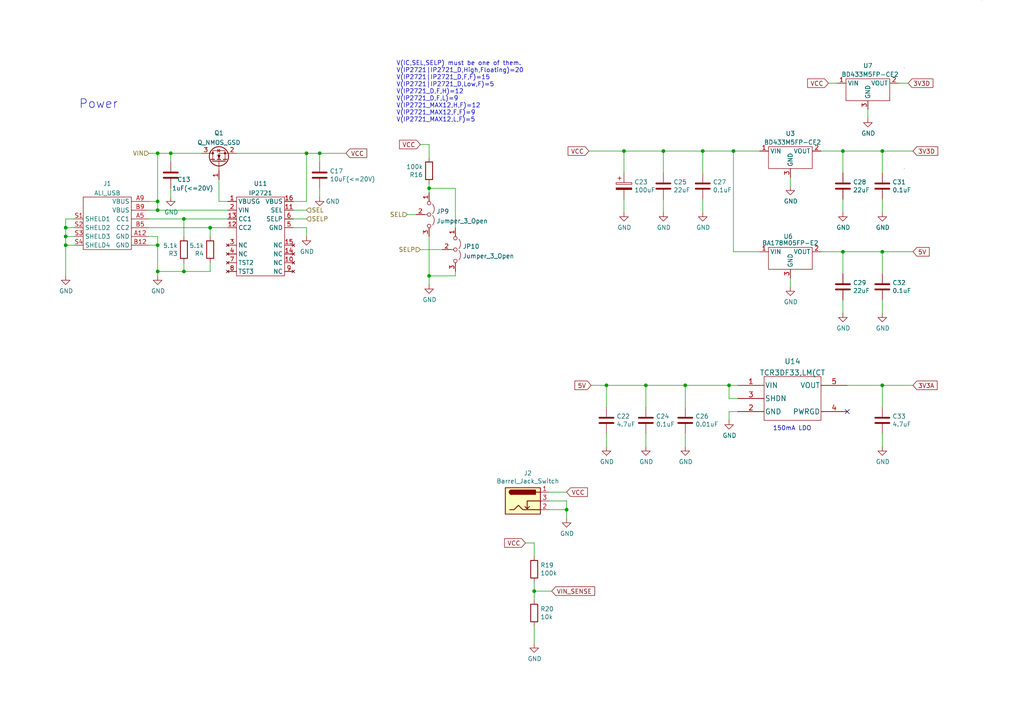
<source format=kicad_sch>
(kicad_sch (version 20211123) (generator eeschema)
  (paper "A4")
  (lib_symbols
    (symbol "Connector:Barrel_Jack_Switch" (pin_names hide)
      (property "Reference" "J" (at 0 5.334 0))
      (property "Value" "Barrel_Jack_Switch" (at 0 -5.08 0))
      (symbol "Barrel_Jack_Switch_0_1"
        (rectangle (start -5.08 3.81) (end 5.08 -3.81) (stroke (width 0.254)) (fill (type background)))
        (arc (start -3.302 3.175) (mid -3.937 2.54) (end -3.302 1.905) (stroke (width 0.254)))
        (arc (start -3.302 3.175) (mid -3.937 2.54) (end -3.302 1.905) (stroke (width 0.254)) (fill (type outline)))
        (polyline (pts (xy 1.27 -2.286) (xy 1.905 -1.651)) (stroke (width 0.254)))
        (polyline (pts (xy 5.08 2.54) (xy 3.81 2.54)) (stroke (width 0.254)))
        (polyline (pts (xy 5.08 0) (xy 1.27 0) (xy 1.27 -2.286) (xy 0.635 -1.651)) (stroke (width 0.254)))
        (polyline (pts (xy -3.81 -2.54) (xy -2.54 -2.54) (xy -1.27 -1.27) (xy 0 -2.54) (xy 2.54 -2.54) (xy 5.08 -2.54)) (stroke (width 0.254)))
        (rectangle (start 3.683 3.175) (end -3.302 1.905) (stroke (width 0.254)) (fill (type outline)))
      )
      (symbol "Barrel_Jack_Switch_1_1"
        (pin passive line (at 7.62 2.54 180) (length 2.54) (name "~") (number "1"))
        (pin passive line (at 7.62 -2.54 180) (length 2.54) (name "~") (number "2"))
        (pin passive line (at 7.62 0 180) (length 2.54) (name "~") (number "3"))
      )
    )
    (symbol "Device:C" (pin_numbers hide) (pin_names (offset 0.254))
      (property "Reference" "C" (at 0.635 2.54 0))
      (property "Value" "C" (at 0.635 -2.54 0))
      (symbol "C_0_1"
        (polyline (pts (xy -2.032 -0.762) (xy 2.032 -0.762)) (stroke (width 0.508)))
        (polyline (pts (xy -2.032 0.762) (xy 2.032 0.762)) (stroke (width 0.508)))
      )
      (symbol "C_1_1"
        (pin passive line (at 0 3.81 270) (length 2.794) (name "~") (number "1"))
        (pin passive line (at 0 -3.81 90) (length 2.794) (name "~") (number "2"))
      )
    )
    (symbol "Device:CP" (pin_numbers hide) (pin_names (offset 0.254))
      (property "Reference" "C" (at 0.635 2.54 0))
      (property "Value" "Device_CP" (at 0.635 -2.54 0))
      (symbol "CP_0_1"
        (rectangle (start -2.286 0.508) (end 2.286 1.016))
        (polyline (pts (xy -1.778 2.286) (xy -0.762 2.286)))
        (polyline (pts (xy -1.27 2.794) (xy -1.27 1.778)))
        (rectangle (start 2.286 -0.508) (end -2.286 -1.016) (fill (type outline)))
      )
      (symbol "CP_1_1"
        (pin passive line (at 0 3.81 270) (length 2.794) (name "~") (number "1"))
        (pin passive line (at 0 -3.81 90) (length 2.794) (name "~") (number "2"))
      )
    )
    (symbol "Device:Q_NMOS_GSD" (pin_names (offset 0) hide)
      (property "Reference" "Q" (at 5.08 1.27 0))
      (property "Value" "Q_NMOS_GSD" (at 5.08 -1.27 0))
      (symbol "Q_NMOS_GSD_0_1"
        (polyline (pts (xy 0.254 0) (xy -2.54 0)))
        (polyline (pts (xy 0.254 1.905) (xy 0.254 -1.905)) (stroke (width 0.254)))
        (polyline (pts (xy 0.762 -1.27) (xy 0.762 -2.286)) (stroke (width 0.254)))
        (polyline (pts (xy 0.762 0.508) (xy 0.762 -0.508)) (stroke (width 0.254)))
        (polyline (pts (xy 0.762 2.286) (xy 0.762 1.27)) (stroke (width 0.254)))
        (polyline (pts (xy 2.54 2.54) (xy 2.54 1.778)))
        (polyline (pts (xy 2.54 -2.54) (xy 2.54 0) (xy 0.762 0)))
        (polyline (pts (xy 0.762 -1.778) (xy 3.302 -1.778) (xy 3.302 1.778) (xy 0.762 1.778)))
        (polyline (pts (xy 1.016 0) (xy 2.032 0.381) (xy 2.032 -0.381) (xy 1.016 0)) (fill (type outline)))
        (polyline (pts (xy 2.794 0.508) (xy 2.921 0.381) (xy 3.683 0.381) (xy 3.81 0.254)))
        (polyline (pts (xy 3.302 0.381) (xy 2.921 -0.254) (xy 3.683 -0.254) (xy 3.302 0.381)))
        (circle (center 1.651 0) (radius 2.794) (stroke (width 0.254)))
        (circle (center 2.54 -1.778) (radius 0.254) (fill (type outline)))
        (circle (center 2.54 1.778) (radius 0.254) (fill (type outline)))
      )
      (symbol "Q_NMOS_GSD_1_1"
        (pin input line (at -5.08 0 0) (length 2.54) (name "G") (number "1"))
        (pin passive line (at 2.54 -5.08 90) (length 2.54) (name "S") (number "2"))
        (pin passive line (at 2.54 5.08 270) (length 2.54) (name "D") (number "3"))
      )
    )
    (symbol "Device:R" (pin_numbers hide) (pin_names (offset 0))
      (property "Reference" "R" (at 2.032 0 90))
      (property "Value" "R" (at 0 0 90))
      (symbol "R_0_1"
        (rectangle (start -1.016 -2.54) (end 1.016 2.54) (stroke (width 0.254)))
      )
      (symbol "R_1_1"
        (pin passive line (at 0 3.81 270) (length 1.27) (name "~") (number "1"))
        (pin passive line (at 0 -3.81 90) (length 1.27) (name "~") (number "2"))
      )
    )
    (symbol "Jumper:Jumper_3_Open" (pin_names (offset 0) hide)
      (property "Reference" "JP" (at -2.54 -2.54 0))
      (property "Value" "Jumper_3_Open" (at 0 2.794 0))
      (symbol "Jumper_3_Open_0_0"
        (circle (center -3.302 0) (radius 0.508))
        (circle (center 0 0) (radius 0.508))
        (circle (center 3.302 0) (radius 0.508))
      )
      (symbol "Jumper_3_Open_0_1"
        (arc (start -0.254 1.016) (mid -1.651 1.4992) (end -3.048 1.016))
        (polyline (pts (xy 0 -0.508) (xy 0 -1.27)))
        (arc (start 3.048 1.016) (mid 1.651 1.4992) (end 0.254 1.016))
      )
      (symbol "Jumper_3_Open_1_1"
        (pin passive line (at -6.35 0 0) (length 2.54) (name "A") (number "1"))
        (pin input line (at 0 -3.81 90) (length 2.54) (name "C") (number "2"))
        (pin passive line (at 6.35 0 180) (length 2.54) (name "B") (number "3"))
      )
    )
    (symbol "Ninja-qPCR:ALI_USB"
      (property "Reference" "J" (at -7.62 2.54 0))
      (property "Value" "ALI_USB" (at -6.35 -15.24 0))
      (symbol "ALI_USB_0_1"
        (rectangle (start 0 1.27) (end -13.97 -13.97) (stroke (width 0.1524)))
      )
      (symbol "ALI_USB_1_1"
        (pin input line (at 5.08 -10.16 180) (length 5.08) (name "GND") (number "A12"))
        (pin input line (at 5.08 -5.08 180) (length 5.08) (name "CC1") (number "A5"))
        (pin input line (at 5.08 0 180) (length 5.08) (name "VBUS") (number "A9"))
        (pin input line (at 5.08 -12.7 180) (length 5.08) (name "GND") (number "B12"))
        (pin input line (at 5.08 -7.62 180) (length 5.08) (name "CC2") (number "B5"))
        (pin input line (at 5.08 -2.54 180) (length 5.08) (name "VBUS") (number "B9"))
        (pin input line (at -16.51 -5.08 0) (length 2.54) (name "SHELD1") (number "S1"))
        (pin input line (at -16.51 -7.62 0) (length 2.54) (name "SHELD2") (number "S2"))
        (pin input line (at -16.51 -10.16 0) (length 2.54) (name "SHELD3") (number "S3"))
        (pin input line (at -16.51 -12.7 0) (length 2.54) (name "SHELD4") (number "S4"))
      )
    )
    (symbol "Ninja-qPCR:IP2721"
      (property "Reference" "U" (at 0 2.54 0))
      (property "Value" "IP2721" (at 0 -22.86 0))
      (symbol "IP2721_0_1"
        (rectangle (start -7.62 1.27) (end 6.35 -21.59) (stroke (width 0.1524)))
      )
      (symbol "IP2721_1_1"
        (pin output line (at -10.16 0 0) (length 2.54) (name "VBUSG") (number "1"))
        (pin no_connect line (at 8.89 -17.78 180) (length 2.54) (name "NC") (number "10"))
        (pin input line (at 8.89 -2.54 180) (length 2.54) (name "SEL") (number "11"))
        (pin input line (at -10.16 -7.62 0) (length 2.54) (name "CC2") (number "12"))
        (pin input line (at -10.16 -5.08 0) (length 2.54) (name "CC1") (number "13"))
        (pin no_connect line (at 8.89 -15.24 180) (length 2.54) (name "NC") (number "14"))
        (pin no_connect line (at 8.89 -12.7 180) (length 2.54) (name "NC") (number "15"))
        (pin input line (at 8.89 0 180) (length 2.54) (name "VBUS") (number "16"))
        (pin power_in line (at -10.16 -2.54 0) (length 2.54) (name "VIN") (number "2"))
        (pin no_connect line (at -10.16 -12.7 0) (length 2.54) (name "NC") (number "3"))
        (pin no_connect line (at -10.16 -15.24 0) (length 2.54) (name "NC") (number "4"))
        (pin power_out line (at 8.89 -7.62 180) (length 2.54) (name "GND") (number "5"))
        (pin input line (at 8.89 -5.08 180) (length 2.54) (name "SELP") (number "6"))
        (pin no_connect line (at -10.16 -17.78 0) (length 2.54) (name "TST2") (number "7"))
        (pin no_connect line (at -10.16 -20.32 0) (length 2.54) (name "TST3") (number "8"))
        (pin no_connect line (at 8.89 -20.32 180) (length 2.54) (name "NC") (number "9"))
      )
    )
    (symbol "Ninja-qPCR:MCP1755T-3302E_OT" (pin_names (offset 0.254))
      (property "Reference" "U" (at 16.51 8.89 0))
      (property "Value" "MCP1755T-3302E_OT" (at 16.51 6.35 0))
      (symbol "MCP1755T-3302E_OT_1_1"
        (rectangle (start 7.62 2.54) (end 24.13 -10.16))
        (pin power_in line (at 0 0 0) (length 7.62) (name "VIN") (number "1"))
        (pin power_in line (at 0 -7.62 0) (length 7.62) (name "GND") (number "2"))
        (pin input line (at 0 -3.81 0) (length 7.62) (name "SHDN") (number "3"))
        (pin output line (at 31.75 -7.62 180) (length 7.62) (name "PWRGD") (number "4"))
        (pin output line (at 31.75 0 180) (length 7.62) (name "VOUT") (number "5"))
      )
    )
    (symbol "Ninja-qPCR:REG_TO252-3"
      (property "Reference" "U" (at 0 1.27 0))
      (property "Value" "REG_TO252-3" (at 7.62 -7.62 0))
      (symbol "REG_TO252-3_0_1"
        (rectangle (start -6.35 0) (end 6.35 -6.35) (stroke (width 0.1524)))
        (rectangle (start 33.02 22.86) (end 33.02 22.86) (stroke (width 0.1524)))
      )
      (symbol "REG_TO252-3_1_1"
        (pin input line (at -8.89 -1.27 0) (length 2.54) (name "VIN") (number "1"))
        (pin input line (at 8.89 -1.27 180) (length 2.54) (name "VOUT") (number "2"))
        (pin input line (at 0 -8.89 90) (length 2.54) (name "GND") (number "3"))
      )
    )
    (symbol "power:GND" (power) (pin_names (offset 0))
      (property "Value" "GND" (at 0 -3.81 0))
      (symbol "GND_0_1"
        (polyline (pts (xy 0 0) (xy 0 -1.27) (xy 1.27 -1.27) (xy 0 -2.54) (xy -1.27 -1.27) (xy 0 -1.27)))
      )
      (symbol "GND_1_1"
        (pin power_in line (at 0 0 270) (length 0) hide (name "GND") (number "1"))
      )
    )
  )
  (junction (at 53.34 63.5))
  (junction (at 19.05 66.04))
  (junction (at 45.72 58.42))
  (junction (at 255.905 43.815))
  (junction (at 192.405 43.815))
  (junction (at 92.71 44.45))
  (junction (at 244.475 43.815))
  (junction (at 45.72 60.96))
  (junction (at 180.975 43.815))
  (junction (at 255.905 73.025))
  (junction (at 49.53 44.45))
  (junction (at 175.895 111.76))
  (junction (at 198.755 111.76))
  (junction (at 124.46 54.61))
  (junction (at 88.9 44.45))
  (junction (at 164.338 147.828))
  (junction (at 45.72 78.74))
  (junction (at 203.835 43.815))
  (junction (at 187.325 111.76))
  (junction (at 255.905 111.76))
  (junction (at 60.96 66.04))
  (junction (at 124.46 80.01))
  (junction (at 19.05 71.12))
  (junction (at 244.475 73.025))
  (junction (at 211.455 111.76))
  (junction (at 154.94 171.45))
  (junction (at 19.05 68.58))
  (junction (at 212.725 43.815))
  (junction (at 45.72 71.12))
  (junction (at 45.72 44.45))
  (junction (at 53.34 78.74))
  (no_connect (at 245.745 119.38))
  (wire (pts (xy 66.04 58.42) (xy 63.5 58.42)))
  (wire (pts (xy 118.11 62.23) (xy 120.65 62.23)))
  (wire (pts (xy 175.895 111.76) (xy 175.895 118.11)))
  (wire (pts (xy 187.325 125.73) (xy 187.325 129.54)))
  (wire (pts (xy 132.08 54.61) (xy 132.08 66.04)))
  (wire (pts (xy 45.72 78.74) (xy 45.72 80.01)))
  (wire (pts (xy 49.53 54.61) (xy 49.53 57.15)))
  (wire (pts (xy 154.94 157.48) (xy 154.94 161.29)))
  (wire (pts (xy 45.72 68.58) (xy 45.72 71.12)))
  (wire (pts (xy 255.905 57.785) (xy 255.905 61.595)))
  (wire (pts (xy 152.4 157.48) (xy 154.94 157.48)))
  (wire (pts (xy 85.09 66.04) (xy 88.9 66.04)))
  (wire (pts (xy 88.9 66.04) (xy 88.9 68.58)))
  (wire (pts (xy 45.72 71.12) (xy 45.72 78.74)))
  (wire (pts (xy 212.725 43.815) (xy 220.345 43.815)))
  (wire (pts (xy 245.745 111.76) (xy 255.905 111.76)))
  (wire (pts (xy 198.755 125.73) (xy 198.755 129.54)))
  (wire (pts (xy 187.325 111.76) (xy 198.755 111.76)))
  (wire (pts (xy 213.995 115.57) (xy 211.455 115.57)))
  (wire (pts (xy 240.284 24.13) (xy 242.824 24.13)))
  (wire (pts (xy 68.58 44.45) (xy 88.9 44.45)))
  (wire (pts (xy 180.975 43.815) (xy 180.975 50.165)))
  (wire (pts (xy 19.05 66.04) (xy 19.05 68.58)))
  (wire (pts (xy 229.235 80.645) (xy 229.235 83.185)))
  (wire (pts (xy 260.604 24.13) (xy 263.398 24.13)))
  (wire (pts (xy 124.46 68.58) (xy 124.46 80.01)))
  (wire (pts (xy 213.995 119.38) (xy 211.455 119.38)))
  (wire (pts (xy 238.125 43.815) (xy 244.475 43.815)))
  (wire (pts (xy 255.905 86.995) (xy 255.905 90.805)))
  (wire (pts (xy 45.72 60.96) (xy 66.04 60.96)))
  (wire (pts (xy 192.405 43.815) (xy 203.835 43.815)))
  (wire (pts (xy 124.46 54.61) (xy 124.46 55.88)))
  (wire (pts (xy 124.46 53.34) (xy 124.46 54.61)))
  (wire (pts (xy 85.09 60.96) (xy 88.9 60.96)))
  (wire (pts (xy 211.455 119.38) (xy 211.455 121.92)))
  (wire (pts (xy 251.714 31.75) (xy 251.714 34.29)))
  (wire (pts (xy 43.18 71.12) (xy 45.72 71.12)))
  (wire (pts (xy 60.96 76.2) (xy 60.96 78.74)))
  (wire (pts (xy 53.34 76.2) (xy 53.34 78.74)))
  (wire (pts (xy 203.835 43.815) (xy 212.725 43.815)))
  (wire (pts (xy 53.34 78.74) (xy 60.96 78.74)))
  (wire (pts (xy 255.905 125.73) (xy 255.905 129.54)))
  (wire (pts (xy 159.258 142.748) (xy 164.338 142.748)))
  (wire (pts (xy 19.05 68.58) (xy 21.59 68.58)))
  (wire (pts (xy 154.94 171.45) (xy 160.02 171.45)))
  (wire (pts (xy 244.475 57.785) (xy 244.475 61.595)))
  (wire (pts (xy 154.94 171.45) (xy 154.94 173.99)))
  (wire (pts (xy 45.72 58.42) (xy 45.72 44.45)))
  (wire (pts (xy 85.09 63.5) (xy 88.9 63.5)))
  (wire (pts (xy 212.725 43.815) (xy 212.725 73.025)))
  (wire (pts (xy 43.18 58.42) (xy 45.72 58.42)))
  (wire (pts (xy 255.905 111.76) (xy 264.795 111.76)))
  (wire (pts (xy 164.338 145.288) (xy 164.338 147.828)))
  (wire (pts (xy 60.96 66.04) (xy 66.04 66.04)))
  (wire (pts (xy 175.895 125.73) (xy 175.895 129.54)))
  (wire (pts (xy 180.975 43.815) (xy 192.405 43.815)))
  (wire (pts (xy 132.08 78.74) (xy 132.08 80.01)))
  (wire (pts (xy 213.995 111.76) (xy 211.455 111.76)))
  (wire (pts (xy 255.905 73.025) (xy 264.795 73.025)))
  (wire (pts (xy 43.18 60.96) (xy 45.72 60.96)))
  (wire (pts (xy 255.905 73.025) (xy 244.475 73.025)))
  (wire (pts (xy 211.455 111.76) (xy 211.455 115.57)))
  (wire (pts (xy 49.53 44.45) (xy 49.53 46.99)))
  (wire (pts (xy 124.46 41.91) (xy 124.46 45.72)))
  (wire (pts (xy 45.72 78.74) (xy 53.34 78.74)))
  (wire (pts (xy 255.905 43.815) (xy 255.905 50.165)))
  (wire (pts (xy 53.34 63.5) (xy 53.34 68.58)))
  (wire (pts (xy 244.475 43.815) (xy 244.475 50.165)))
  (wire (pts (xy 255.905 111.76) (xy 255.905 118.11)))
  (wire (pts (xy 244.475 73.025) (xy 244.475 79.375)))
  (wire (pts (xy 19.05 63.5) (xy 19.05 66.04)))
  (wire (pts (xy 187.325 111.76) (xy 187.325 118.11)))
  (wire (pts (xy 60.96 66.04) (xy 60.96 68.58)))
  (wire (pts (xy 255.905 73.025) (xy 255.905 79.375)))
  (wire (pts (xy 121.92 72.39) (xy 128.27 72.39)))
  (wire (pts (xy 255.905 43.815) (xy 244.475 43.815)))
  (wire (pts (xy 238.125 73.025) (xy 244.475 73.025)))
  (wire (pts (xy 88.9 44.45) (xy 92.71 44.45)))
  (wire (pts (xy 43.18 68.58) (xy 45.72 68.58)))
  (wire (pts (xy 92.71 54.61) (xy 92.71 57.15)))
  (wire (pts (xy 198.755 111.76) (xy 211.455 111.76)))
  (wire (pts (xy 198.755 111.76) (xy 198.755 118.11)))
  (wire (pts (xy 255.905 43.815) (xy 264.795 43.815)))
  (wire (pts (xy 88.9 44.45) (xy 88.9 58.42)))
  (wire (pts (xy 192.405 43.815) (xy 192.405 50.165)))
  (wire (pts (xy 53.34 63.5) (xy 66.04 63.5)))
  (wire (pts (xy 171.45 111.76) (xy 175.895 111.76)))
  (wire (pts (xy 43.18 63.5) (xy 53.34 63.5)))
  (wire (pts (xy 175.895 111.76) (xy 187.325 111.76)))
  (wire (pts (xy 124.46 80.01) (xy 124.46 82.55)))
  (wire (pts (xy 121.92 41.91) (xy 124.46 41.91)))
  (wire (pts (xy 45.72 60.96) (xy 45.72 58.42)))
  (wire (pts (xy 203.835 57.785) (xy 203.835 61.595)))
  (wire (pts (xy 229.235 51.435) (xy 229.235 53.975)))
  (wire (pts (xy 43.18 66.04) (xy 60.96 66.04)))
  (wire (pts (xy 49.53 44.45) (xy 58.42 44.45)))
  (wire (pts (xy 19.05 71.12) (xy 21.59 71.12)))
  (wire (pts (xy 43.18 44.45) (xy 45.72 44.45)))
  (wire (pts (xy 203.835 43.815) (xy 203.835 50.165)))
  (wire (pts (xy 159.258 147.828) (xy 164.338 147.828)))
  (wire (pts (xy 180.975 57.785) (xy 180.975 61.595)))
  (wire (pts (xy 124.46 54.61) (xy 132.08 54.61)))
  (wire (pts (xy 21.59 63.5) (xy 19.05 63.5)))
  (wire (pts (xy 19.05 68.58) (xy 19.05 71.12)))
  (wire (pts (xy 170.815 43.815) (xy 180.975 43.815)))
  (wire (pts (xy 19.05 71.12) (xy 19.05 80.01)))
  (wire (pts (xy 192.405 57.785) (xy 192.405 61.595)))
  (wire (pts (xy 19.05 66.04) (xy 21.59 66.04)))
  (wire (pts (xy 154.94 168.91) (xy 154.94 171.45)))
  (wire (pts (xy 92.71 44.45) (xy 100.33 44.45)))
  (wire (pts (xy 45.72 44.45) (xy 49.53 44.45)))
  (wire (pts (xy 212.725 73.025) (xy 220.345 73.025)))
  (wire (pts (xy 164.338 150.368) (xy 164.338 147.828)))
  (wire (pts (xy 159.258 145.288) (xy 164.338 145.288)))
  (wire (pts (xy 154.94 181.61) (xy 154.94 186.69)))
  (wire (pts (xy 63.5 58.42) (xy 63.5 52.07)))
  (wire (pts (xy 85.09 58.42) (xy 88.9 58.42)))
  (wire (pts (xy 132.08 80.01) (xy 124.46 80.01)))
  (wire (pts (xy 92.71 44.45) (xy 92.71 46.99)))
  (wire (pts (xy 244.475 86.995) (xy 244.475 90.805)))
  (text "V(IC,SEL,SELP) must be one of them.\nV(IP2721|IP2721_D,High,Floating)=20\nV(IP2721|IP2721_D,F,F)=15\nV(IP2721|IP2721_D,Low,F)=5\nV(IP2721_D,F,H)=12\nV(IP2721_D,F,L)=9\nV(IP2721_MAX12,H,F)=12\nV(IP2721_MAX12,F,F)=9\nV(IP2721_MAX12,L,F)=5" (at 114.935 35.56 0) (effects (font (size 1.27 1.27)) (justify left bottom)))
  (text "Power" (at 22.86 31.75 0) (effects (font (size 2.54 2.54)) (justify left bottom)))
  (text "150mA LDO" (at 224.155 125.095 0) (effects (font (size 1.27 1.27)) (justify left bottom)))
  (global_label "3V3D" (shape input) (at 264.795 43.815 0) (property "Intersheet References" "${INTERSHEET_REFS}" (effects hide)))
  (global_label "3V3D" (shape input) (at 263.398 24.13 0) (property "Intersheet References" "${INTERSHEET_REFS}" (effects hide)))
  (global_label "VCC" (shape input) (at 100.33 44.45 0) (property "Intersheet References" "${INTERSHEET_REFS}" (effects hide)))
  (global_label "VCC" (shape input) (at 152.4 157.48 180) (property "Intersheet References" "${INTERSHEET_REFS}" (effects hide)))
  (global_label "5V" (shape input) (at 264.795 73.025 0) (property "Intersheet References" "${INTERSHEET_REFS}" (effects hide)))
  (global_label "VCC" (shape input) (at 164.338 142.748 0) (property "Intersheet References" "${INTERSHEET_REFS}" (effects hide)))
  (global_label "VCC" (shape input) (at 170.815 43.815 180) (property "Intersheet References" "${INTERSHEET_REFS}" (effects hide)))
  (global_label "VIN_SENSE" (shape input) (at 160.02 171.45 0) (property "Intersheet References" "${INTERSHEET_REFS}" (effects hide)))
  (global_label "5V" (shape input) (at 171.45 111.76 180) (property "Intersheet References" "${INTERSHEET_REFS}" (effects hide)))
  (global_label "VCC" (shape input) (at 240.284 24.13 180) (property "Intersheet References" "${INTERSHEET_REFS}" (effects hide)))
  (global_label "3V3A" (shape input) (at 264.795 111.76 0) (property "Intersheet References" "${INTERSHEET_REFS}" (effects hide)))
  (global_label "VCC" (shape input) (at 121.92 41.91 180) (property "Intersheet References" "${INTERSHEET_REFS}" (effects hide)))
  (hierarchical_label "VIN" (shape input) (at 43.18 44.45 180))
  (hierarchical_label "SELP" (shape input) (at 88.9 63.5 0))
  (hierarchical_label "SEL" (shape input) (at 88.9 60.96 0))
  (hierarchical_label "SEL" (shape input) (at 118.11 62.23 180))
  (hierarchical_label "SELP" (shape input) (at 121.92 72.39 180))
  (symbol (lib_id "power:GND") (at 175.895 129.54 0) (unit 1)
    (property "Reference" "#PWR0122" (effects hide))
    (property "Value" "GND" (at 176.022 133.9342 0))
  )
  (symbol (lib_id "power:GND") (at 124.46 82.55 0) (unit 1)
    (property "Reference" "#PWR0131" (effects hide))
    (property "Value" "GND" (at 124.587 86.9442 0))
  )
  (symbol (lib_id "Ninja-qPCR:REG_TO252-3") (at 229.235 71.755 0) (unit 1)
    (property "Reference" "U6" (at 228.6 68.58 0))
    (property "Value" "BA178M05FP-E2" (at 229.235 70.485 0))
    (property "Footprint" "Ninja-qPCR:REG_TO252-3" (effects hide))
  )
  (symbol (lib_id "power:GND") (at 192.405 61.595 0) (unit 1)
    (property "Reference" "#PWR0136" (effects hide))
    (property "Value" "GND" (at 192.532 65.9892 0))
  )
  (symbol (lib_id "Device:C") (at 187.325 121.92 0) (unit 1)
    (property "Reference" "C24" (at 190.246 120.7516 0) (effects (justify left)))
    (property "Value" "0.1uF" (at 190.246 123.063 0) (effects (justify left)))
    (property "Footprint" "Capacitor_SMD:C_0603_1608Metric" (effects hide))
  )
  (symbol (lib_id "power:GND") (at 255.905 129.54 0) (unit 1)
    (property "Reference" "#PWR0128" (effects hide))
    (property "Value" "GND" (at 256.032 133.9342 0))
  )
  (symbol (lib_id "power:GND") (at 244.475 61.595 0) (unit 1)
    (property "Reference" "#PWR0123" (effects hide))
    (property "Value" "GND" (at 244.602 65.9892 0))
  )
  (symbol (lib_id "Ninja-qPCR:ALI_USB") (at 38.1 58.42 0) (unit 1)
    (property "Reference" "J1" (at 31.115 53.2343 0))
    (property "Value" "ALI_USB" (at 31.115 56.0094 0))
    (property "Footprint" "Ninja-qPCR:ALI_USB" (effects hide))
  )
  (symbol (lib_id "Device:C") (at 244.475 53.975 0) (unit 1)
    (property "Reference" "C28" (at 247.396 52.8066 0) (effects (justify left)))
    (property "Value" "22uF" (at 247.396 55.118 0) (effects (justify left)))
    (property "Footprint" "Capacitor_SMD:C_1210_3225Metric" (effects hide))
  )
  (symbol (lib_id "power:GND") (at 198.755 129.54 0) (unit 1)
    (property "Reference" "#PWR0118" (effects hide))
    (property "Value" "GND" (at 198.882 133.9342 0))
  )
  (symbol (lib_id "Device:C") (at 244.475 83.185 0) (unit 1)
    (property "Reference" "C29" (at 247.396 82.0166 0) (effects (justify left)))
    (property "Value" "22uF" (at 247.396 84.328 0) (effects (justify left)))
    (property "Footprint" "Capacitor_SMD:C_1210_3225Metric" (effects hide))
  )
  (symbol (lib_id "Jumper:Jumper_3_Open") (at 132.08 72.39 270) (unit 1)
    (property "Reference" "JP10" (at 134.2142 71.4815 90) (effects (justify left)))
    (property "Value" "Jumper_3_Open" (at 134.2142 74.2566 90) (effects (justify left)))
    (property "Footprint" "Jumper:SolderJumper-3_P2.0mm_Open_TrianglePad1.0x1.5mm" (effects hide))
  )
  (symbol (lib_id "Device:C") (at 49.53 50.8 0) (unit 1)
    (property "Reference" "C13" (at 53.34 52.07 0))
    (property "Value" "1uF(<=20V)" (at 55.88 54.61 0))
    (property "Footprint" "Capacitor_SMD:C_0603_1608Metric" (effects hide))
  )
  (symbol (lib_id "Device:C") (at 255.905 121.92 0) (unit 1)
    (property "Reference" "C33" (at 258.826 120.7516 0) (effects (justify left)))
    (property "Value" "4.7uF" (at 258.826 123.063 0) (effects (justify left)))
    (property "Footprint" "Capacitor_SMD:C_0805_2012Metric" (effects hide))
  )
  (symbol (lib_id "power:GND") (at 88.9 68.58 0) (unit 1)
    (property "Reference" "#PWR0115" (effects hide))
    (property "Value" "GND" (at 89.027 72.9742 0))
  )
  (symbol (lib_id "Ninja-qPCR:MCP1755T-3302E_OT") (at 213.995 111.76 0) (unit 1)
    (property "Reference" "U14" (at 229.87 104.8161 0) (effects (font (size 1.524 1.524))))
    (property "Value" "TCR3DF33,LM(CT" (at 229.87 108.0951 0) (effects (font (size 1.524 1.524))))
    (property "Footprint" "Package_TO_SOT_SMD:SOT-23-5" (effects hide))
  )
  (symbol (lib_id "power:GND") (at 255.905 61.595 0) (unit 1)
    (property "Reference" "#PWR0124" (effects hide))
    (property "Value" "GND" (at 256.032 65.9892 0))
  )
  (symbol (lib_id "Device:C") (at 192.405 53.975 0) (unit 1)
    (property "Reference" "C25" (at 195.326 52.8066 0) (effects (justify left)))
    (property "Value" "22uF" (at 195.326 55.118 0) (effects (justify left)))
    (property "Footprint" "Capacitor_SMD:C_1210_3225Metric" (effects hide))
  )
  (symbol (lib_id "power:GND") (at 203.835 61.595 0) (unit 1)
    (property "Reference" "#PWR0134" (effects hide))
    (property "Value" "GND" (at 203.962 65.9892 0))
  )
  (symbol (lib_id "Ninja-qPCR:REG_TO252-3") (at 229.235 42.545 0) (unit 1)
    (property "Reference" "U3" (at 229.235 38.735 0))
    (property "Value" "BD433M5FP-CE2" (at 229.87 41.275 0))
    (property "Footprint" "Ninja-qPCR:REG_TO252-3" (effects hide))
  )
  (symbol (lib_id "power:GND") (at 244.475 90.805 0) (unit 1)
    (property "Reference" "#PWR0125" (effects hide))
    (property "Value" "GND" (at 244.602 95.1992 0))
  )
  (symbol (lib_id "power:GND") (at 211.455 121.92 0) (unit 1)
    (property "Reference" "#PWR0121" (effects hide))
    (property "Value" "GND" (at 211.582 126.3142 0))
  )
  (symbol (lib_id "power:GND") (at 180.975 61.595 0) (unit 1)
    (property "Reference" "#PWR0135" (effects hide))
    (property "Value" "GND" (at 181.102 65.9892 0))
  )
  (symbol (lib_id "power:GND") (at 229.235 83.185 0) (unit 1)
    (property "Reference" "#PWR0132" (effects hide))
    (property "Value" "GND" (at 229.362 87.5792 0))
  )
  (symbol (lib_id "power:GND") (at 45.72 80.01 0) (unit 1)
    (property "Reference" "#PWR0110" (effects hide))
    (property "Value" "GND" (at 45.847 84.4042 0))
  )
  (symbol (lib_id "power:GND") (at 229.235 53.975 0) (unit 1)
    (property "Reference" "#PWR0133" (effects hide))
    (property "Value" "GND" (at 229.362 58.3692 0))
  )
  (symbol (lib_id "power:GND") (at 164.338 150.368 0) (unit 1)
    (property "Reference" "#PWR0138" (effects hide))
    (property "Value" "GND" (at 164.465 154.7622 0))
  )
  (symbol (lib_id "Device:R") (at 154.94 177.8 0) (unit 1)
    (property "Reference" "R20" (at 156.718 176.6316 0) (effects (justify left)))
    (property "Value" "10k" (at 156.718 178.943 0) (effects (justify left)))
    (property "Footprint" "Resistor_SMD:R_0603_1608Metric" (effects hide))
  )
  (symbol (lib_id "Connector:Barrel_Jack_Switch") (at 151.638 145.288 0) (unit 1)
    (property "Reference" "J2" (at 153.0858 137.2362 0))
    (property "Value" "Barrel_Jack_Switch" (at 153.0858 139.5476 0))
    (property "Footprint" "Connector_BarrelJack:BarrelJack_Horizontal" (effects hide))
  )
  (symbol (lib_id "power:GND") (at 255.905 90.805 0) (unit 1)
    (property "Reference" "#PWR0126" (effects hide))
    (property "Value" "GND" (at 256.032 95.1992 0))
  )
  (symbol (lib_id "power:GND") (at 154.94 186.69 0) (unit 1)
    (property "Reference" "#PWR0137" (effects hide))
    (property "Value" "GND" (at 155.067 191.0842 0))
  )
  (symbol (lib_id "Ninja-qPCR:IP2721") (at 76.2 58.42 0) (unit 1)
    (property "Reference" "U11" (at 75.565 53.2343 0))
    (property "Value" "IP2721" (at 75.565 56.0094 0))
    (property "Footprint" "Package_SO:TSSOP-16_4.4x5mm_P0.65mm" (effects hide))
  )
  (symbol (lib_id "Device:C") (at 203.835 53.975 0) (unit 1)
    (property "Reference" "C27" (at 206.756 52.8066 0) (effects (justify left)))
    (property "Value" "0.1uF" (at 206.756 55.118 0) (effects (justify left)))
    (property "Footprint" "Capacitor_SMD:C_0603_1608Metric" (effects hide))
  )
  (symbol (lib_id "power:GND") (at 251.714 34.29 0) (unit 1)
    (property "Reference" "#PWR0102" (effects hide))
    (property "Value" "GND" (at 251.841 38.6842 0))
  )
  (symbol (lib_id "Device:R") (at 124.46 49.53 180) (unit 1)
    (property "Reference" "R16" (at 122.682 50.6984 0) (effects (justify left)))
    (property "Value" "100k" (at 122.682 48.387 0) (effects (justify left)))
    (property "Footprint" "Resistor_SMD:R_0603_1608Metric" (effects hide))
  )
  (symbol (lib_id "power:GND") (at 92.71 57.15 0) (unit 1)
    (property "Reference" "#PWR0116" (effects hide))
    (property "Value" "GND" (at 96.52 58.42 0))
  )
  (symbol (lib_id "Device:Q_NMOS_GSD") (at 63.5 46.99 90) (unit 1)
    (property "Reference" "Q1" (at 63.5 38.5785 90))
    (property "Value" "Q_NMOS_GSD" (at 63.5 41.3536 90))
    (property "Footprint" "Ninja-qPCR:SOT95P240X112-3N" (effects hide))
  )
  (symbol (lib_id "Device:C") (at 255.905 83.185 0) (unit 1)
    (property "Reference" "C32" (at 258.826 82.0166 0) (effects (justify left)))
    (property "Value" "0.1uF" (at 258.826 84.328 0) (effects (justify left)))
    (property "Footprint" "Capacitor_SMD:C_0603_1608Metric" (effects hide))
  )
  (symbol (lib_id "power:GND") (at 49.53 57.15 0) (unit 1)
    (property "Reference" "#PWR0109" (effects hide))
    (property "Value" "GND" (at 49.657 61.5442 0))
  )
  (symbol (lib_id "Device:CP") (at 180.975 53.975 0) (unit 1)
    (property "Reference" "C23" (at 183.9722 52.8066 0) (effects (justify left)))
    (property "Value" "100uF" (at 183.9722 55.118 0) (effects (justify left)))
    (property "Footprint" "Ninja-qPCR:35TZV100M6.3X8" (effects hide))
  )
  (symbol (lib_id "Device:C") (at 92.71 50.8 0) (unit 1)
    (property "Reference" "C17" (at 95.631 49.6316 0) (effects (justify left)))
    (property "Value" "10uF(<=20V)" (at 95.631 51.943 0) (effects (justify left)))
    (property "Footprint" "Capacitor_SMD:C_0805_2012Metric" (effects hide))
  )
  (symbol (lib_id "Device:C") (at 175.895 121.92 0) (unit 1)
    (property "Reference" "C22" (at 178.816 120.7516 0) (effects (justify left)))
    (property "Value" "4.7uF" (at 178.816 123.063 0) (effects (justify left)))
    (property "Footprint" "Capacitor_SMD:C_0805_2012Metric" (effects hide))
  )
  (symbol (lib_id "Device:C") (at 198.755 121.92 0) (unit 1)
    (property "Reference" "C26" (at 201.676 120.7516 0) (effects (justify left)))
    (property "Value" "0.01uF" (at 201.676 123.063 0) (effects (justify left)))
    (property "Footprint" "Capacitor_SMD:C_0603_1608Metric" (effects hide))
  )
  (symbol (lib_id "power:GND") (at 187.325 129.54 0) (unit 1)
    (property "Reference" "#PWR0119" (effects hide))
    (property "Value" "GND" (at 187.452 133.9342 0))
  )
  (symbol (lib_id "power:GND") (at 19.05 80.01 0) (unit 1)
    (property "Reference" "#PWR0105" (effects hide))
    (property "Value" "GND" (at 19.177 84.4042 0))
  )
  (symbol (lib_id "Ninja-qPCR:REG_TO252-3") (at 251.714 22.86 0) (unit 1)
    (property "Reference" "U7" (at 251.714 19.05 0))
    (property "Value" "BD433M5FP-CE2" (at 252.349 21.59 0))
    (property "Footprint" "Ninja-qPCR:REG_TO252-3-INV" (effects hide))
  )
  (symbol (lib_id "Jumper:Jumper_3_Open") (at 124.46 62.23 270) (unit 1)
    (property "Reference" "JP9" (at 126.5942 61.3215 90) (effects (justify left)))
    (property "Value" "Jumper_3_Open" (at 126.5942 64.0966 90) (effects (justify left)))
    (property "Footprint" "Jumper:SolderJumper-3_P2.0mm_Open_TrianglePad1.0x1.5mm" (effects hide))
  )
  (symbol (lib_id "Device:R") (at 53.34 72.39 180) (unit 1)
    (property "Reference" "R3" (at 51.562 73.5584 0) (effects (justify left)))
    (property "Value" "5.1k" (at 51.562 71.247 0) (effects (justify left)))
    (property "Footprint" "Resistor_SMD:R_0603_1608Metric" (effects hide))
  )
  (symbol (lib_id "Device:R") (at 60.96 72.39 180) (unit 1)
    (property "Reference" "R4" (at 59.182 73.5584 0) (effects (justify left)))
    (property "Value" "5.1k" (at 59.182 71.247 0) (effects (justify left)))
    (property "Footprint" "Resistor_SMD:R_0603_1608Metric" (effects hide))
  )
  (symbol (lib_id "Device:C") (at 255.905 53.975 0) (unit 1)
    (property "Reference" "C31" (at 258.826 52.8066 0) (effects (justify left)))
    (property "Value" "0.1uF" (at 258.826 55.118 0) (effects (justify left)))
    (property "Footprint" "Capacitor_SMD:C_0603_1608Metric" (effects hide))
  )
  (symbol (lib_id "Device:R") (at 154.94 165.1 0) (unit 1)
    (property "Reference" "R19" (at 156.718 163.9316 0) (effects (justify left)))
    (property "Value" "100k" (at 156.718 166.243 0) (effects (justify left)))
    (property "Footprint" "Resistor_SMD:R_0603_1608Metric" (effects hide))
  )
)
</source>
